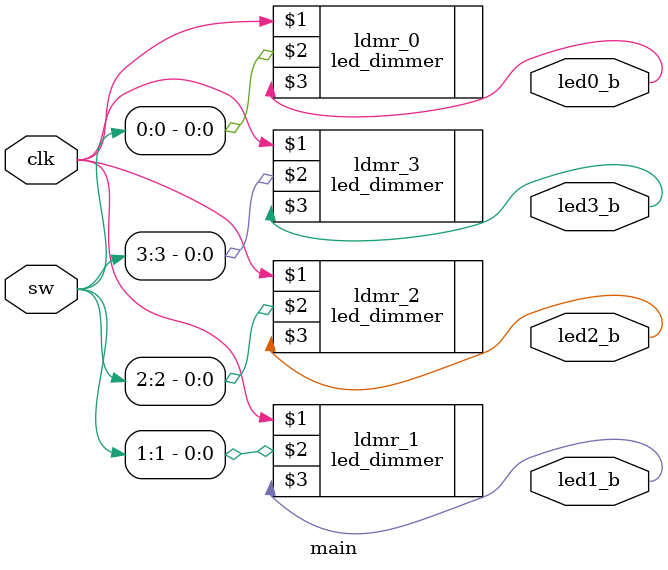
<source format=v>


`timescale 1ns/1ns
module main 
	(input clk,
	 input [3:0] sw,
	 output led0_b, led1_b, led2_b, led3_b);

	led_dimmer #(.INTENS(4094)) ldmr_0 (clk, sw[0], led0_b);
	led_dimmer #(.INTENS(4074)) ldmr_1 (clk, sw[1], led1_b);
	led_dimmer #(.INTENS(4014)) ldmr_2 (clk, sw[2], led2_b);
	led_dimmer #(.INTENS(3094)) ldmr_3 (clk, sw[3], led3_b);
	
endmodule

</source>
